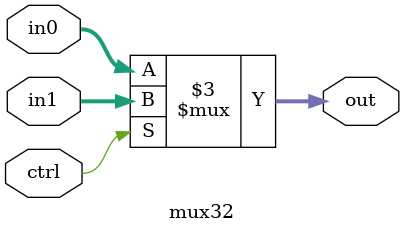
<source format=v>
module mux32 (

	input[31:0] in0,in1,
	input ctrl,

	output [31:0] out
);

always @(*) begin

	if(ctrl) begin
		out <=in1;
	end else begin 
		out <= in0;
	end
end

endmodule
</source>
